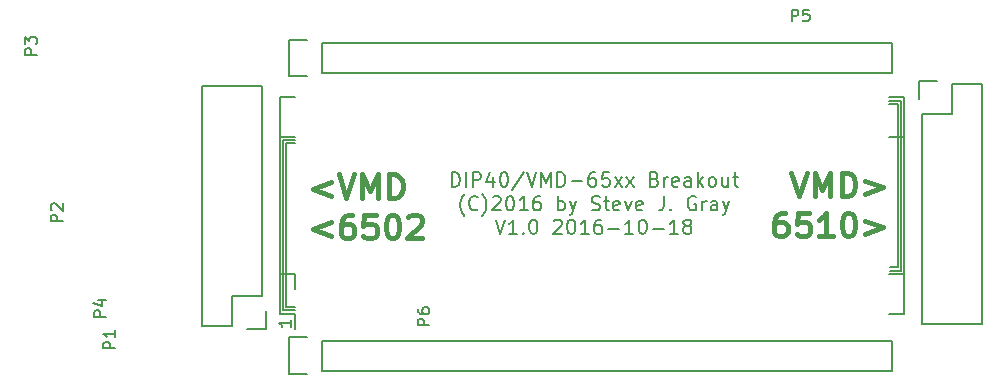
<source format=gto>
G04 #@! TF.FileFunction,Legend,Top*
%FSLAX46Y46*%
G04 Gerber Fmt 4.6, Leading zero omitted, Abs format (unit mm)*
G04 Created by KiCad (PCBNEW 4.0.3-stable) date 10/19/16 10:16:13*
%MOMM*%
%LPD*%
G01*
G04 APERTURE LIST*
%ADD10C,0.100000*%
%ADD11C,0.200000*%
%ADD12C,0.400000*%
%ADD13C,0.150000*%
G04 APERTURE END LIST*
D10*
D11*
X113400000Y-97600000D02*
X114150000Y-97600000D01*
X113400000Y-83700000D02*
X113400000Y-97600000D01*
X114150000Y-83700000D02*
X113400000Y-83700000D01*
X113150000Y-83450000D02*
X114150000Y-83450000D01*
X113150000Y-97850000D02*
X113150000Y-83450000D01*
X114150000Y-97850000D02*
X113150000Y-97850000D01*
X165200000Y-94200000D02*
X164550000Y-94200000D01*
X165200000Y-80400000D02*
X165200000Y-94200000D01*
X164450000Y-80400000D02*
X165200000Y-80400000D01*
X165500000Y-94500000D02*
X164550000Y-94500000D01*
X165500000Y-80100000D02*
X165500000Y-94500000D01*
X164500000Y-80100000D02*
X165500000Y-80100000D01*
D12*
X117200000Y-87021429D02*
X115676190Y-87592857D01*
X117200000Y-88164286D01*
X117866666Y-86354762D02*
X118533333Y-88354762D01*
X119200000Y-86354762D01*
X119866666Y-88354762D02*
X119866666Y-86354762D01*
X120533333Y-87783333D01*
X121200000Y-86354762D01*
X121200000Y-88354762D01*
X122152380Y-88354762D02*
X122152380Y-86354762D01*
X122628571Y-86354762D01*
X122914285Y-86450000D01*
X123104761Y-86640476D01*
X123200000Y-86830952D01*
X123295238Y-87211905D01*
X123295238Y-87497619D01*
X123200000Y-87878571D01*
X123104761Y-88069048D01*
X122914285Y-88259524D01*
X122628571Y-88354762D01*
X122152380Y-88354762D01*
X117200000Y-90421429D02*
X115676190Y-90992857D01*
X117200000Y-91564286D01*
X119009523Y-89754762D02*
X118628571Y-89754762D01*
X118438095Y-89850000D01*
X118342857Y-89945238D01*
X118152380Y-90230952D01*
X118057142Y-90611905D01*
X118057142Y-91373810D01*
X118152380Y-91564286D01*
X118247619Y-91659524D01*
X118438095Y-91754762D01*
X118819047Y-91754762D01*
X119009523Y-91659524D01*
X119104761Y-91564286D01*
X119200000Y-91373810D01*
X119200000Y-90897619D01*
X119104761Y-90707143D01*
X119009523Y-90611905D01*
X118819047Y-90516667D01*
X118438095Y-90516667D01*
X118247619Y-90611905D01*
X118152380Y-90707143D01*
X118057142Y-90897619D01*
X121009523Y-89754762D02*
X120057142Y-89754762D01*
X119961904Y-90707143D01*
X120057142Y-90611905D01*
X120247619Y-90516667D01*
X120723809Y-90516667D01*
X120914285Y-90611905D01*
X121009523Y-90707143D01*
X121104762Y-90897619D01*
X121104762Y-91373810D01*
X121009523Y-91564286D01*
X120914285Y-91659524D01*
X120723809Y-91754762D01*
X120247619Y-91754762D01*
X120057142Y-91659524D01*
X119961904Y-91564286D01*
X122342857Y-89754762D02*
X122533333Y-89754762D01*
X122723809Y-89850000D01*
X122819047Y-89945238D01*
X122914285Y-90135714D01*
X123009524Y-90516667D01*
X123009524Y-90992857D01*
X122914285Y-91373810D01*
X122819047Y-91564286D01*
X122723809Y-91659524D01*
X122533333Y-91754762D01*
X122342857Y-91754762D01*
X122152381Y-91659524D01*
X122057143Y-91564286D01*
X121961904Y-91373810D01*
X121866666Y-90992857D01*
X121866666Y-90516667D01*
X121961904Y-90135714D01*
X122057143Y-89945238D01*
X122152381Y-89850000D01*
X122342857Y-89754762D01*
X123771428Y-89945238D02*
X123866666Y-89850000D01*
X124057143Y-89754762D01*
X124533333Y-89754762D01*
X124723809Y-89850000D01*
X124819047Y-89945238D01*
X124914286Y-90135714D01*
X124914286Y-90326190D01*
X124819047Y-90611905D01*
X123676190Y-91754762D01*
X124914286Y-91754762D01*
X156164286Y-86204762D02*
X156830953Y-88204762D01*
X157497620Y-86204762D01*
X158164286Y-88204762D02*
X158164286Y-86204762D01*
X158830953Y-87633333D01*
X159497620Y-86204762D01*
X159497620Y-88204762D01*
X160450000Y-88204762D02*
X160450000Y-86204762D01*
X160926191Y-86204762D01*
X161211905Y-86300000D01*
X161402381Y-86490476D01*
X161497620Y-86680952D01*
X161592858Y-87061905D01*
X161592858Y-87347619D01*
X161497620Y-87728571D01*
X161402381Y-87919048D01*
X161211905Y-88109524D01*
X160926191Y-88204762D01*
X160450000Y-88204762D01*
X162450000Y-86871429D02*
X163973810Y-87442857D01*
X162450000Y-88014286D01*
X155688095Y-89604762D02*
X155307143Y-89604762D01*
X155116667Y-89700000D01*
X155021429Y-89795238D01*
X154830952Y-90080952D01*
X154735714Y-90461905D01*
X154735714Y-91223810D01*
X154830952Y-91414286D01*
X154926191Y-91509524D01*
X155116667Y-91604762D01*
X155497619Y-91604762D01*
X155688095Y-91509524D01*
X155783333Y-91414286D01*
X155878572Y-91223810D01*
X155878572Y-90747619D01*
X155783333Y-90557143D01*
X155688095Y-90461905D01*
X155497619Y-90366667D01*
X155116667Y-90366667D01*
X154926191Y-90461905D01*
X154830952Y-90557143D01*
X154735714Y-90747619D01*
X157688095Y-89604762D02*
X156735714Y-89604762D01*
X156640476Y-90557143D01*
X156735714Y-90461905D01*
X156926191Y-90366667D01*
X157402381Y-90366667D01*
X157592857Y-90461905D01*
X157688095Y-90557143D01*
X157783334Y-90747619D01*
X157783334Y-91223810D01*
X157688095Y-91414286D01*
X157592857Y-91509524D01*
X157402381Y-91604762D01*
X156926191Y-91604762D01*
X156735714Y-91509524D01*
X156640476Y-91414286D01*
X159688096Y-91604762D02*
X158545238Y-91604762D01*
X159116667Y-91604762D02*
X159116667Y-89604762D01*
X158926191Y-89890476D01*
X158735715Y-90080952D01*
X158545238Y-90176190D01*
X160926191Y-89604762D02*
X161116667Y-89604762D01*
X161307143Y-89700000D01*
X161402381Y-89795238D01*
X161497619Y-89985714D01*
X161592858Y-90366667D01*
X161592858Y-90842857D01*
X161497619Y-91223810D01*
X161402381Y-91414286D01*
X161307143Y-91509524D01*
X161116667Y-91604762D01*
X160926191Y-91604762D01*
X160735715Y-91509524D01*
X160640477Y-91414286D01*
X160545238Y-91223810D01*
X160450000Y-90842857D01*
X160450000Y-90366667D01*
X160545238Y-89985714D01*
X160640477Y-89795238D01*
X160735715Y-89700000D01*
X160926191Y-89604762D01*
X162450000Y-90271429D02*
X163973810Y-90842857D01*
X162450000Y-91414286D01*
D11*
X113802381Y-98664285D02*
X113802381Y-99235714D01*
X113802381Y-98950000D02*
X112802381Y-98950000D01*
X112945238Y-99045238D01*
X113040476Y-99140476D01*
X113088095Y-99235714D01*
X127471429Y-87392857D02*
X127471429Y-86192857D01*
X127757144Y-86192857D01*
X127928572Y-86250000D01*
X128042858Y-86364286D01*
X128100001Y-86478571D01*
X128157144Y-86707143D01*
X128157144Y-86878571D01*
X128100001Y-87107143D01*
X128042858Y-87221429D01*
X127928572Y-87335714D01*
X127757144Y-87392857D01*
X127471429Y-87392857D01*
X128671429Y-87392857D02*
X128671429Y-86192857D01*
X129242858Y-87392857D02*
X129242858Y-86192857D01*
X129700001Y-86192857D01*
X129814287Y-86250000D01*
X129871430Y-86307143D01*
X129928573Y-86421429D01*
X129928573Y-86592857D01*
X129871430Y-86707143D01*
X129814287Y-86764286D01*
X129700001Y-86821429D01*
X129242858Y-86821429D01*
X130957144Y-86592857D02*
X130957144Y-87392857D01*
X130671430Y-86135714D02*
X130385715Y-86992857D01*
X131128573Y-86992857D01*
X131814287Y-86192857D02*
X131928572Y-86192857D01*
X132042858Y-86250000D01*
X132100001Y-86307143D01*
X132157144Y-86421429D01*
X132214287Y-86650000D01*
X132214287Y-86935714D01*
X132157144Y-87164286D01*
X132100001Y-87278571D01*
X132042858Y-87335714D01*
X131928572Y-87392857D01*
X131814287Y-87392857D01*
X131700001Y-87335714D01*
X131642858Y-87278571D01*
X131585715Y-87164286D01*
X131528572Y-86935714D01*
X131528572Y-86650000D01*
X131585715Y-86421429D01*
X131642858Y-86307143D01*
X131700001Y-86250000D01*
X131814287Y-86192857D01*
X133585715Y-86135714D02*
X132557144Y-87678571D01*
X133814287Y-86192857D02*
X134214287Y-87392857D01*
X134614287Y-86192857D01*
X135014286Y-87392857D02*
X135014286Y-86192857D01*
X135414286Y-87050000D01*
X135814286Y-86192857D01*
X135814286Y-87392857D01*
X136385715Y-87392857D02*
X136385715Y-86192857D01*
X136671430Y-86192857D01*
X136842858Y-86250000D01*
X136957144Y-86364286D01*
X137014287Y-86478571D01*
X137071430Y-86707143D01*
X137071430Y-86878571D01*
X137014287Y-87107143D01*
X136957144Y-87221429D01*
X136842858Y-87335714D01*
X136671430Y-87392857D01*
X136385715Y-87392857D01*
X137585715Y-86935714D02*
X138500001Y-86935714D01*
X139585715Y-86192857D02*
X139357144Y-86192857D01*
X139242858Y-86250000D01*
X139185715Y-86307143D01*
X139071429Y-86478571D01*
X139014286Y-86707143D01*
X139014286Y-87164286D01*
X139071429Y-87278571D01*
X139128572Y-87335714D01*
X139242858Y-87392857D01*
X139471429Y-87392857D01*
X139585715Y-87335714D01*
X139642858Y-87278571D01*
X139700001Y-87164286D01*
X139700001Y-86878571D01*
X139642858Y-86764286D01*
X139585715Y-86707143D01*
X139471429Y-86650000D01*
X139242858Y-86650000D01*
X139128572Y-86707143D01*
X139071429Y-86764286D01*
X139014286Y-86878571D01*
X140785715Y-86192857D02*
X140214286Y-86192857D01*
X140157143Y-86764286D01*
X140214286Y-86707143D01*
X140328572Y-86650000D01*
X140614286Y-86650000D01*
X140728572Y-86707143D01*
X140785715Y-86764286D01*
X140842858Y-86878571D01*
X140842858Y-87164286D01*
X140785715Y-87278571D01*
X140728572Y-87335714D01*
X140614286Y-87392857D01*
X140328572Y-87392857D01*
X140214286Y-87335714D01*
X140157143Y-87278571D01*
X141242858Y-87392857D02*
X141871429Y-86592857D01*
X141242858Y-86592857D02*
X141871429Y-87392857D01*
X142214287Y-87392857D02*
X142842858Y-86592857D01*
X142214287Y-86592857D02*
X142842858Y-87392857D01*
X144614287Y-86764286D02*
X144785716Y-86821429D01*
X144842859Y-86878571D01*
X144900002Y-86992857D01*
X144900002Y-87164286D01*
X144842859Y-87278571D01*
X144785716Y-87335714D01*
X144671430Y-87392857D01*
X144214287Y-87392857D01*
X144214287Y-86192857D01*
X144614287Y-86192857D01*
X144728573Y-86250000D01*
X144785716Y-86307143D01*
X144842859Y-86421429D01*
X144842859Y-86535714D01*
X144785716Y-86650000D01*
X144728573Y-86707143D01*
X144614287Y-86764286D01*
X144214287Y-86764286D01*
X145414287Y-87392857D02*
X145414287Y-86592857D01*
X145414287Y-86821429D02*
X145471430Y-86707143D01*
X145528573Y-86650000D01*
X145642859Y-86592857D01*
X145757144Y-86592857D01*
X146614287Y-87335714D02*
X146500001Y-87392857D01*
X146271430Y-87392857D01*
X146157144Y-87335714D01*
X146100001Y-87221429D01*
X146100001Y-86764286D01*
X146157144Y-86650000D01*
X146271430Y-86592857D01*
X146500001Y-86592857D01*
X146614287Y-86650000D01*
X146671430Y-86764286D01*
X146671430Y-86878571D01*
X146100001Y-86992857D01*
X147700001Y-87392857D02*
X147700001Y-86764286D01*
X147642858Y-86650000D01*
X147528572Y-86592857D01*
X147300001Y-86592857D01*
X147185715Y-86650000D01*
X147700001Y-87335714D02*
X147585715Y-87392857D01*
X147300001Y-87392857D01*
X147185715Y-87335714D01*
X147128572Y-87221429D01*
X147128572Y-87107143D01*
X147185715Y-86992857D01*
X147300001Y-86935714D01*
X147585715Y-86935714D01*
X147700001Y-86878571D01*
X148271429Y-87392857D02*
X148271429Y-86192857D01*
X148385715Y-86935714D02*
X148728572Y-87392857D01*
X148728572Y-86592857D02*
X148271429Y-87050000D01*
X149414287Y-87392857D02*
X149300001Y-87335714D01*
X149242858Y-87278571D01*
X149185715Y-87164286D01*
X149185715Y-86821429D01*
X149242858Y-86707143D01*
X149300001Y-86650000D01*
X149414287Y-86592857D01*
X149585715Y-86592857D01*
X149700001Y-86650000D01*
X149757144Y-86707143D01*
X149814287Y-86821429D01*
X149814287Y-87164286D01*
X149757144Y-87278571D01*
X149700001Y-87335714D01*
X149585715Y-87392857D01*
X149414287Y-87392857D01*
X150842858Y-86592857D02*
X150842858Y-87392857D01*
X150328572Y-86592857D02*
X150328572Y-87221429D01*
X150385715Y-87335714D01*
X150500001Y-87392857D01*
X150671429Y-87392857D01*
X150785715Y-87335714D01*
X150842858Y-87278571D01*
X151242858Y-86592857D02*
X151700001Y-86592857D01*
X151414286Y-86192857D02*
X151414286Y-87221429D01*
X151471429Y-87335714D01*
X151585715Y-87392857D01*
X151700001Y-87392857D01*
X128500000Y-89850000D02*
X128442858Y-89792857D01*
X128328572Y-89621429D01*
X128271429Y-89507143D01*
X128214286Y-89335714D01*
X128157143Y-89050000D01*
X128157143Y-88821429D01*
X128214286Y-88535714D01*
X128271429Y-88364286D01*
X128328572Y-88250000D01*
X128442858Y-88078571D01*
X128500000Y-88021429D01*
X129642858Y-89278571D02*
X129585715Y-89335714D01*
X129414286Y-89392857D01*
X129300000Y-89392857D01*
X129128572Y-89335714D01*
X129014286Y-89221429D01*
X128957143Y-89107143D01*
X128900000Y-88878571D01*
X128900000Y-88707143D01*
X128957143Y-88478571D01*
X129014286Y-88364286D01*
X129128572Y-88250000D01*
X129300000Y-88192857D01*
X129414286Y-88192857D01*
X129585715Y-88250000D01*
X129642858Y-88307143D01*
X130042858Y-89850000D02*
X130100000Y-89792857D01*
X130214286Y-89621429D01*
X130271429Y-89507143D01*
X130328572Y-89335714D01*
X130385715Y-89050000D01*
X130385715Y-88821429D01*
X130328572Y-88535714D01*
X130271429Y-88364286D01*
X130214286Y-88250000D01*
X130100000Y-88078571D01*
X130042858Y-88021429D01*
X130900000Y-88307143D02*
X130957143Y-88250000D01*
X131071429Y-88192857D01*
X131357143Y-88192857D01*
X131471429Y-88250000D01*
X131528572Y-88307143D01*
X131585715Y-88421429D01*
X131585715Y-88535714D01*
X131528572Y-88707143D01*
X130842858Y-89392857D01*
X131585715Y-89392857D01*
X132328572Y-88192857D02*
X132442857Y-88192857D01*
X132557143Y-88250000D01*
X132614286Y-88307143D01*
X132671429Y-88421429D01*
X132728572Y-88650000D01*
X132728572Y-88935714D01*
X132671429Y-89164286D01*
X132614286Y-89278571D01*
X132557143Y-89335714D01*
X132442857Y-89392857D01*
X132328572Y-89392857D01*
X132214286Y-89335714D01*
X132157143Y-89278571D01*
X132100000Y-89164286D01*
X132042857Y-88935714D01*
X132042857Y-88650000D01*
X132100000Y-88421429D01*
X132157143Y-88307143D01*
X132214286Y-88250000D01*
X132328572Y-88192857D01*
X133871429Y-89392857D02*
X133185714Y-89392857D01*
X133528572Y-89392857D02*
X133528572Y-88192857D01*
X133414286Y-88364286D01*
X133300000Y-88478571D01*
X133185714Y-88535714D01*
X134900000Y-88192857D02*
X134671429Y-88192857D01*
X134557143Y-88250000D01*
X134500000Y-88307143D01*
X134385714Y-88478571D01*
X134328571Y-88707143D01*
X134328571Y-89164286D01*
X134385714Y-89278571D01*
X134442857Y-89335714D01*
X134557143Y-89392857D01*
X134785714Y-89392857D01*
X134900000Y-89335714D01*
X134957143Y-89278571D01*
X135014286Y-89164286D01*
X135014286Y-88878571D01*
X134957143Y-88764286D01*
X134900000Y-88707143D01*
X134785714Y-88650000D01*
X134557143Y-88650000D01*
X134442857Y-88707143D01*
X134385714Y-88764286D01*
X134328571Y-88878571D01*
X136442857Y-89392857D02*
X136442857Y-88192857D01*
X136442857Y-88650000D02*
X136557143Y-88592857D01*
X136785714Y-88592857D01*
X136900000Y-88650000D01*
X136957143Y-88707143D01*
X137014286Y-88821429D01*
X137014286Y-89164286D01*
X136957143Y-89278571D01*
X136900000Y-89335714D01*
X136785714Y-89392857D01*
X136557143Y-89392857D01*
X136442857Y-89335714D01*
X137414286Y-88592857D02*
X137700000Y-89392857D01*
X137985714Y-88592857D02*
X137700000Y-89392857D01*
X137585714Y-89678571D01*
X137528571Y-89735714D01*
X137414286Y-89792857D01*
X139300000Y-89335714D02*
X139471429Y-89392857D01*
X139757143Y-89392857D01*
X139871429Y-89335714D01*
X139928572Y-89278571D01*
X139985715Y-89164286D01*
X139985715Y-89050000D01*
X139928572Y-88935714D01*
X139871429Y-88878571D01*
X139757143Y-88821429D01*
X139528572Y-88764286D01*
X139414286Y-88707143D01*
X139357143Y-88650000D01*
X139300000Y-88535714D01*
X139300000Y-88421429D01*
X139357143Y-88307143D01*
X139414286Y-88250000D01*
X139528572Y-88192857D01*
X139814286Y-88192857D01*
X139985715Y-88250000D01*
X140328572Y-88592857D02*
X140785715Y-88592857D01*
X140500000Y-88192857D02*
X140500000Y-89221429D01*
X140557143Y-89335714D01*
X140671429Y-89392857D01*
X140785715Y-89392857D01*
X141642857Y-89335714D02*
X141528571Y-89392857D01*
X141300000Y-89392857D01*
X141185714Y-89335714D01*
X141128571Y-89221429D01*
X141128571Y-88764286D01*
X141185714Y-88650000D01*
X141300000Y-88592857D01*
X141528571Y-88592857D01*
X141642857Y-88650000D01*
X141700000Y-88764286D01*
X141700000Y-88878571D01*
X141128571Y-88992857D01*
X142100000Y-88592857D02*
X142385714Y-89392857D01*
X142671428Y-88592857D01*
X143585714Y-89335714D02*
X143471428Y-89392857D01*
X143242857Y-89392857D01*
X143128571Y-89335714D01*
X143071428Y-89221429D01*
X143071428Y-88764286D01*
X143128571Y-88650000D01*
X143242857Y-88592857D01*
X143471428Y-88592857D01*
X143585714Y-88650000D01*
X143642857Y-88764286D01*
X143642857Y-88878571D01*
X143071428Y-88992857D01*
X145414285Y-88192857D02*
X145414285Y-89050000D01*
X145357143Y-89221429D01*
X145242857Y-89335714D01*
X145071428Y-89392857D01*
X144957143Y-89392857D01*
X145985714Y-89278571D02*
X146042857Y-89335714D01*
X145985714Y-89392857D01*
X145928571Y-89335714D01*
X145985714Y-89278571D01*
X145985714Y-89392857D01*
X148100001Y-88250000D02*
X147985715Y-88192857D01*
X147814286Y-88192857D01*
X147642858Y-88250000D01*
X147528572Y-88364286D01*
X147471429Y-88478571D01*
X147414286Y-88707143D01*
X147414286Y-88878571D01*
X147471429Y-89107143D01*
X147528572Y-89221429D01*
X147642858Y-89335714D01*
X147814286Y-89392857D01*
X147928572Y-89392857D01*
X148100001Y-89335714D01*
X148157144Y-89278571D01*
X148157144Y-88878571D01*
X147928572Y-88878571D01*
X148671429Y-89392857D02*
X148671429Y-88592857D01*
X148671429Y-88821429D02*
X148728572Y-88707143D01*
X148785715Y-88650000D01*
X148900001Y-88592857D01*
X149014286Y-88592857D01*
X149928572Y-89392857D02*
X149928572Y-88764286D01*
X149871429Y-88650000D01*
X149757143Y-88592857D01*
X149528572Y-88592857D01*
X149414286Y-88650000D01*
X149928572Y-89335714D02*
X149814286Y-89392857D01*
X149528572Y-89392857D01*
X149414286Y-89335714D01*
X149357143Y-89221429D01*
X149357143Y-89107143D01*
X149414286Y-88992857D01*
X149528572Y-88935714D01*
X149814286Y-88935714D01*
X149928572Y-88878571D01*
X150385715Y-88592857D02*
X150671429Y-89392857D01*
X150957143Y-88592857D02*
X150671429Y-89392857D01*
X150557143Y-89678571D01*
X150500000Y-89735714D01*
X150385715Y-89792857D01*
X131157144Y-90192857D02*
X131557144Y-91392857D01*
X131957144Y-90192857D01*
X132985715Y-91392857D02*
X132300000Y-91392857D01*
X132642858Y-91392857D02*
X132642858Y-90192857D01*
X132528572Y-90364286D01*
X132414286Y-90478571D01*
X132300000Y-90535714D01*
X133500000Y-91278571D02*
X133557143Y-91335714D01*
X133500000Y-91392857D01*
X133442857Y-91335714D01*
X133500000Y-91278571D01*
X133500000Y-91392857D01*
X134300001Y-90192857D02*
X134414286Y-90192857D01*
X134528572Y-90250000D01*
X134585715Y-90307143D01*
X134642858Y-90421429D01*
X134700001Y-90650000D01*
X134700001Y-90935714D01*
X134642858Y-91164286D01*
X134585715Y-91278571D01*
X134528572Y-91335714D01*
X134414286Y-91392857D01*
X134300001Y-91392857D01*
X134185715Y-91335714D01*
X134128572Y-91278571D01*
X134071429Y-91164286D01*
X134014286Y-90935714D01*
X134014286Y-90650000D01*
X134071429Y-90421429D01*
X134128572Y-90307143D01*
X134185715Y-90250000D01*
X134300001Y-90192857D01*
X136071429Y-90307143D02*
X136128572Y-90250000D01*
X136242858Y-90192857D01*
X136528572Y-90192857D01*
X136642858Y-90250000D01*
X136700001Y-90307143D01*
X136757144Y-90421429D01*
X136757144Y-90535714D01*
X136700001Y-90707143D01*
X136014287Y-91392857D01*
X136757144Y-91392857D01*
X137500001Y-90192857D02*
X137614286Y-90192857D01*
X137728572Y-90250000D01*
X137785715Y-90307143D01*
X137842858Y-90421429D01*
X137900001Y-90650000D01*
X137900001Y-90935714D01*
X137842858Y-91164286D01*
X137785715Y-91278571D01*
X137728572Y-91335714D01*
X137614286Y-91392857D01*
X137500001Y-91392857D01*
X137385715Y-91335714D01*
X137328572Y-91278571D01*
X137271429Y-91164286D01*
X137214286Y-90935714D01*
X137214286Y-90650000D01*
X137271429Y-90421429D01*
X137328572Y-90307143D01*
X137385715Y-90250000D01*
X137500001Y-90192857D01*
X139042858Y-91392857D02*
X138357143Y-91392857D01*
X138700001Y-91392857D02*
X138700001Y-90192857D01*
X138585715Y-90364286D01*
X138471429Y-90478571D01*
X138357143Y-90535714D01*
X140071429Y-90192857D02*
X139842858Y-90192857D01*
X139728572Y-90250000D01*
X139671429Y-90307143D01*
X139557143Y-90478571D01*
X139500000Y-90707143D01*
X139500000Y-91164286D01*
X139557143Y-91278571D01*
X139614286Y-91335714D01*
X139728572Y-91392857D01*
X139957143Y-91392857D01*
X140071429Y-91335714D01*
X140128572Y-91278571D01*
X140185715Y-91164286D01*
X140185715Y-90878571D01*
X140128572Y-90764286D01*
X140071429Y-90707143D01*
X139957143Y-90650000D01*
X139728572Y-90650000D01*
X139614286Y-90707143D01*
X139557143Y-90764286D01*
X139500000Y-90878571D01*
X140700000Y-90935714D02*
X141614286Y-90935714D01*
X142814286Y-91392857D02*
X142128571Y-91392857D01*
X142471429Y-91392857D02*
X142471429Y-90192857D01*
X142357143Y-90364286D01*
X142242857Y-90478571D01*
X142128571Y-90535714D01*
X143557143Y-90192857D02*
X143671428Y-90192857D01*
X143785714Y-90250000D01*
X143842857Y-90307143D01*
X143900000Y-90421429D01*
X143957143Y-90650000D01*
X143957143Y-90935714D01*
X143900000Y-91164286D01*
X143842857Y-91278571D01*
X143785714Y-91335714D01*
X143671428Y-91392857D01*
X143557143Y-91392857D01*
X143442857Y-91335714D01*
X143385714Y-91278571D01*
X143328571Y-91164286D01*
X143271428Y-90935714D01*
X143271428Y-90650000D01*
X143328571Y-90421429D01*
X143385714Y-90307143D01*
X143442857Y-90250000D01*
X143557143Y-90192857D01*
X144471428Y-90935714D02*
X145385714Y-90935714D01*
X146585714Y-91392857D02*
X145899999Y-91392857D01*
X146242857Y-91392857D02*
X146242857Y-90192857D01*
X146128571Y-90364286D01*
X146014285Y-90478571D01*
X145899999Y-90535714D01*
X147271428Y-90707143D02*
X147157142Y-90650000D01*
X147099999Y-90592857D01*
X147042856Y-90478571D01*
X147042856Y-90421429D01*
X147099999Y-90307143D01*
X147157142Y-90250000D01*
X147271428Y-90192857D01*
X147499999Y-90192857D01*
X147614285Y-90250000D01*
X147671428Y-90307143D01*
X147728571Y-90421429D01*
X147728571Y-90478571D01*
X147671428Y-90592857D01*
X147614285Y-90650000D01*
X147499999Y-90707143D01*
X147271428Y-90707143D01*
X147157142Y-90764286D01*
X147099999Y-90821429D01*
X147042856Y-90935714D01*
X147042856Y-91164286D01*
X147099999Y-91278571D01*
X147157142Y-91335714D01*
X147271428Y-91392857D01*
X147499999Y-91392857D01*
X147614285Y-91335714D01*
X147671428Y-91278571D01*
X147728571Y-91164286D01*
X147728571Y-90935714D01*
X147671428Y-90821429D01*
X147614285Y-90764286D01*
X147499999Y-90707143D01*
D13*
X112905000Y-94765000D02*
X114175000Y-94765000D01*
X112905000Y-79795000D02*
X114175000Y-79795000D01*
X165755000Y-79795000D02*
X164485000Y-79795000D01*
X165755000Y-94765000D02*
X164485000Y-94765000D01*
X112905000Y-94765000D02*
X112905000Y-79795000D01*
X165755000Y-94765000D02*
X165755000Y-79795000D01*
X114175000Y-94765000D02*
X114175000Y-96050000D01*
X172360000Y-99050000D02*
X172360000Y-78730000D01*
X167280000Y-81270000D02*
X167280000Y-99050000D01*
X172360000Y-99050000D02*
X167280000Y-99050000D01*
X172360000Y-78730000D02*
X169820000Y-78730000D01*
X168550000Y-78450000D02*
X167000000Y-78450000D01*
X169820000Y-78730000D02*
X169820000Y-81270000D01*
X169820000Y-81270000D02*
X167280000Y-81270000D01*
X167000000Y-78450000D02*
X167000000Y-80000000D01*
X116470000Y-100430000D02*
X164730000Y-100430000D01*
X164730000Y-100430000D02*
X164730000Y-102970000D01*
X164730000Y-102970000D02*
X116470000Y-102970000D01*
X113650000Y-100150000D02*
X115200000Y-100150000D01*
X116470000Y-100430000D02*
X116470000Y-102970000D01*
X115200000Y-103250000D02*
X113650000Y-103250000D01*
X113650000Y-103250000D02*
X113650000Y-100150000D01*
X116470000Y-75230000D02*
X164730000Y-75230000D01*
X164730000Y-75230000D02*
X164730000Y-77770000D01*
X164730000Y-77770000D02*
X116470000Y-77770000D01*
X113650000Y-74950000D02*
X115200000Y-74950000D01*
X116470000Y-75230000D02*
X116470000Y-77770000D01*
X115200000Y-78050000D02*
X113650000Y-78050000D01*
X113650000Y-78050000D02*
X113650000Y-74950000D01*
X112905000Y-98165000D02*
X114175000Y-98165000D01*
X112905000Y-83195000D02*
X114175000Y-83195000D01*
X165755000Y-83195000D02*
X164485000Y-83195000D01*
X165755000Y-98165000D02*
X164485000Y-98165000D01*
X112905000Y-98165000D02*
X112905000Y-83195000D01*
X165755000Y-98165000D02*
X165755000Y-83195000D01*
X114175000Y-98165000D02*
X114175000Y-99450000D01*
X106340000Y-78850000D02*
X106340000Y-99170000D01*
X111420000Y-96630000D02*
X111420000Y-78850000D01*
X106340000Y-78850000D02*
X111420000Y-78850000D01*
X106340000Y-99170000D02*
X108880000Y-99170000D01*
X110150000Y-99450000D02*
X111700000Y-99450000D01*
X108880000Y-99170000D02*
X108880000Y-96630000D01*
X108880000Y-96630000D02*
X111420000Y-96630000D01*
X111700000Y-99450000D02*
X111700000Y-97900000D01*
X94502381Y-90338095D02*
X93502381Y-90338095D01*
X93502381Y-89957142D01*
X93550000Y-89861904D01*
X93597619Y-89814285D01*
X93692857Y-89766666D01*
X93835714Y-89766666D01*
X93930952Y-89814285D01*
X93978571Y-89861904D01*
X94026190Y-89957142D01*
X94026190Y-90338095D01*
X93597619Y-89385714D02*
X93550000Y-89338095D01*
X93502381Y-89242857D01*
X93502381Y-89004761D01*
X93550000Y-88909523D01*
X93597619Y-88861904D01*
X93692857Y-88814285D01*
X93788095Y-88814285D01*
X93930952Y-88861904D01*
X94502381Y-89433333D01*
X94502381Y-88814285D01*
X156211905Y-73402381D02*
X156211905Y-72402381D01*
X156592858Y-72402381D01*
X156688096Y-72450000D01*
X156735715Y-72497619D01*
X156783334Y-72592857D01*
X156783334Y-72735714D01*
X156735715Y-72830952D01*
X156688096Y-72878571D01*
X156592858Y-72926190D01*
X156211905Y-72926190D01*
X157688096Y-72402381D02*
X157211905Y-72402381D01*
X157164286Y-72878571D01*
X157211905Y-72830952D01*
X157307143Y-72783333D01*
X157545239Y-72783333D01*
X157640477Y-72830952D01*
X157688096Y-72878571D01*
X157735715Y-72973810D01*
X157735715Y-73211905D01*
X157688096Y-73307143D01*
X157640477Y-73354762D01*
X157545239Y-73402381D01*
X157307143Y-73402381D01*
X157211905Y-73354762D01*
X157164286Y-73307143D01*
X98952381Y-101088095D02*
X97952381Y-101088095D01*
X97952381Y-100707142D01*
X98000000Y-100611904D01*
X98047619Y-100564285D01*
X98142857Y-100516666D01*
X98285714Y-100516666D01*
X98380952Y-100564285D01*
X98428571Y-100611904D01*
X98476190Y-100707142D01*
X98476190Y-101088095D01*
X98952381Y-99564285D02*
X98952381Y-100135714D01*
X98952381Y-99850000D02*
X97952381Y-99850000D01*
X98095238Y-99945238D01*
X98190476Y-100040476D01*
X98238095Y-100135714D01*
X92302381Y-76238095D02*
X91302381Y-76238095D01*
X91302381Y-75857142D01*
X91350000Y-75761904D01*
X91397619Y-75714285D01*
X91492857Y-75666666D01*
X91635714Y-75666666D01*
X91730952Y-75714285D01*
X91778571Y-75761904D01*
X91826190Y-75857142D01*
X91826190Y-76238095D01*
X91302381Y-75333333D02*
X91302381Y-74714285D01*
X91683333Y-75047619D01*
X91683333Y-74904761D01*
X91730952Y-74809523D01*
X91778571Y-74761904D01*
X91873810Y-74714285D01*
X92111905Y-74714285D01*
X92207143Y-74761904D01*
X92254762Y-74809523D01*
X92302381Y-74904761D01*
X92302381Y-75190476D01*
X92254762Y-75285714D01*
X92207143Y-75333333D01*
X98152381Y-98438095D02*
X97152381Y-98438095D01*
X97152381Y-98057142D01*
X97200000Y-97961904D01*
X97247619Y-97914285D01*
X97342857Y-97866666D01*
X97485714Y-97866666D01*
X97580952Y-97914285D01*
X97628571Y-97961904D01*
X97676190Y-98057142D01*
X97676190Y-98438095D01*
X97485714Y-97009523D02*
X98152381Y-97009523D01*
X97104762Y-97247619D02*
X97819048Y-97485714D01*
X97819048Y-96866666D01*
X125552381Y-99138095D02*
X124552381Y-99138095D01*
X124552381Y-98757142D01*
X124600000Y-98661904D01*
X124647619Y-98614285D01*
X124742857Y-98566666D01*
X124885714Y-98566666D01*
X124980952Y-98614285D01*
X125028571Y-98661904D01*
X125076190Y-98757142D01*
X125076190Y-99138095D01*
X124552381Y-97709523D02*
X124552381Y-97900000D01*
X124600000Y-97995238D01*
X124647619Y-98042857D01*
X124790476Y-98138095D01*
X124980952Y-98185714D01*
X125361905Y-98185714D01*
X125457143Y-98138095D01*
X125504762Y-98090476D01*
X125552381Y-97995238D01*
X125552381Y-97804761D01*
X125504762Y-97709523D01*
X125457143Y-97661904D01*
X125361905Y-97614285D01*
X125123810Y-97614285D01*
X125028571Y-97661904D01*
X124980952Y-97709523D01*
X124933333Y-97804761D01*
X124933333Y-97995238D01*
X124980952Y-98090476D01*
X125028571Y-98138095D01*
X125123810Y-98185714D01*
M02*

</source>
